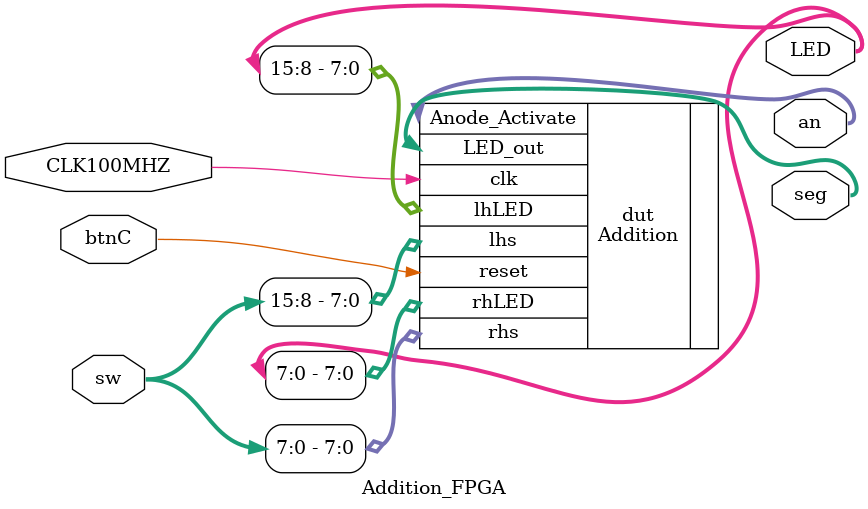
<source format=v>
`timescale 1ns / 1ps


module Addition_FPGA(
    input CLK100MHZ, // 100 Mhz clock source on Basys 3 FPGA
    input btnC, // reset
    input [15:0] sw, //LHS and RHS of addition equation
    output [15:0] LED, // Output for the switch LEDs
    output [3:0] an, // anode signals of the 7-segment LED display
    output [6:0] seg// cathode patterns of the 7-segment LED display
    );
    
    Addition dut(
    .clk(CLK100MHZ), // 100 Mhz clock source on Basys 3 FPGA
    .reset(btnC), // reset
    .lhs(sw[15:8]),
    .rhs(sw[7:0]),
    .lhLED(LED[15:8]), 
    .rhLED(LED[7:0]), // Output for the switch LEDs
    .Anode_Activate(an), // anode signals of the 7-segment LED display
    .LED_out(seg)// cathode patterns of the 7-segment LED display
    );
endmodule

</source>
